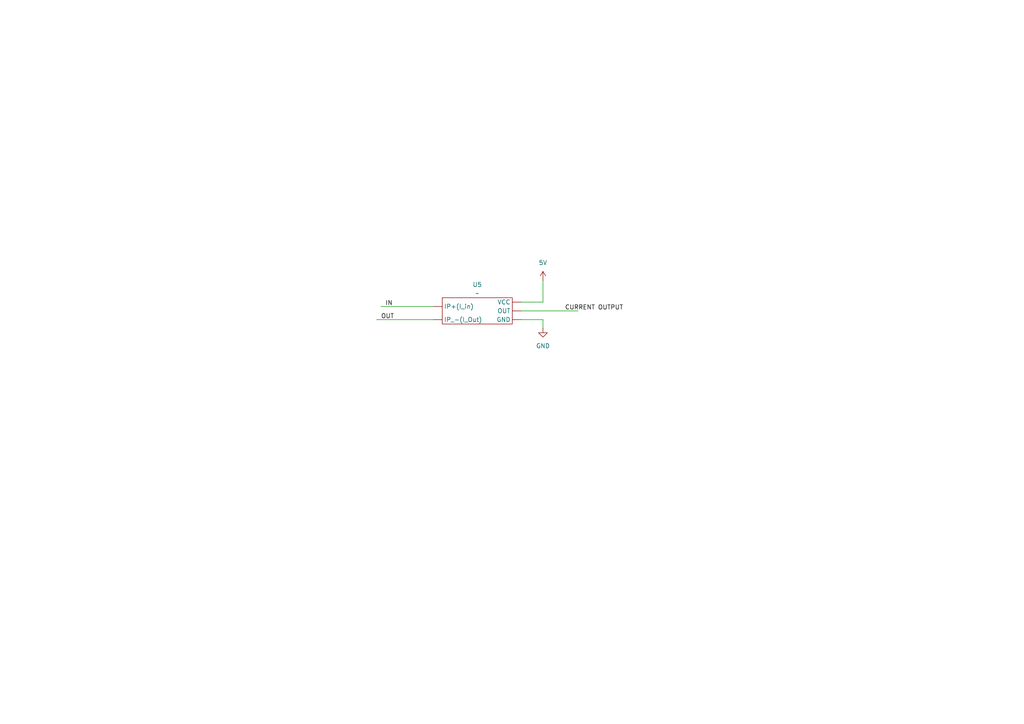
<source format=kicad_sch>
(kicad_sch (version 20250114) (generator "eeschema") (generator_version "9.0")
  (paper "A4")
  (lib_symbols
    (symbol "ASC712_current_sensor:ASC712_Current_sensor"
      (property "Reference" "U" (at 0 0 0))
      (symbol "ASC712_Current_sensor_0_1"
        (rectangle (start 0 7.62) (end 20.32 0))
      )
      (symbol "ASC712_Current_sensor_1_1"
        (pin input line (at -2.54 5.08 0) (length 2.54) (name "IP+(I_in)") (number ""))
        (pin input line (at -2.54 1.27 0) (length 2.54) (name "IP_-(I_Out)") (number ""))
        (pin input line (at 22.86 6.35 180) (length 2.54) (name "VCC") (number ""))
        (pin input line (at 22.86 3.81 180) (length 2.54) (name "OUT") (number ""))
        (pin input line (at 22.86 1.27 180) (length 2.54) (name "GND") (number ""))
      )
    )
    (symbol "power:GND" (power) (pin_numbers (hide yes)) (pin_names (offset 0) (hide yes))
      (property "Value" "GND" (at 0 -3.81 0))
      (symbol "GND_0_1"
        (polyline (pts (xy 0 0) (xy 0 -1.27) (xy 1.27 -1.27) (xy 0 -2.54) (xy -1.27 -1.27) (xy 0 -1.27)))
      )
      (symbol "GND_1_1"
        (pin power_in line (at 0 0 270) (length 0) (name "~") (number "1"))
      )
    )
    (symbol "power:VCC" (power) (pin_numbers (hide yes)) (pin_names (offset 0) (hide yes))
      (property "Value" "VCC" (at 0 3.556 0))
      (symbol "VCC_0_1"
        (polyline (pts (xy -0.762 1.27) (xy 0 2.54)))
        (polyline (pts (xy 0 2.54) (xy 0.762 1.27)))
        (polyline (pts (xy 0 0) (xy 0 2.54)))
      )
      (symbol "VCC_1_1"
        (pin power_in line (at 0 0 90) (length 0) (name "~") (number "1"))
      )
    )
  )
  (wire (pts (xy 110.49 88.9) (xy 125.73 88.9)))
  (wire (pts (xy 109.22 92.71) (xy 125.73 92.71)))
  (wire (pts (xy 151.13 87.63) (xy 157.48 87.63)))
  (wire (pts (xy 157.48 92.71) (xy 157.48 95.25)))
  (wire (pts (xy 151.13 90.17) (xy 167.64 90.17)))
  (wire (pts (xy 151.13 92.71) (xy 157.48 92.71)))
  (wire (pts (xy 157.48 87.63) (xy 157.48 81.28)))
  (label "IN" (at 111.76 88.9 0))
  (label "OUT" (at 110.49 92.71 0))
  (label "CURRENT OUTPUT" (at 163.83 90.17 0))
  (symbol (lib_id "power:GND") (at 157.48 95.25 0) (unit 1)
    (property "Reference" "#PWR07" (effects (hide yes)))
    (property "Value" "GND" (at 157.48 100.33 0))
    (property "Description" "Power symbol creates a global label with name \"GND\" , ground" (effects (hide yes)))
  )
  (symbol (lib_id "power:VCC") (at 157.48 81.28 0) (unit 1)
    (property "Reference" "#PWR06" (effects (hide yes)))
    (property "Value" "5V" (at 157.48 76.2 0))
    (property "Description" "Power symbol creates a global label with name \"VCC\"" (effects (hide yes)))
  )
  (symbol (lib_id "ASC712_current_sensor:ASC712_Current_sensor") (at 128.27 93.98 0) (unit 1)
    (property "Reference" "U5" (at 138.43 82.55 0))
    (property "Value" "~" (at 138.43 85.09 0))
  )
)
</source>
